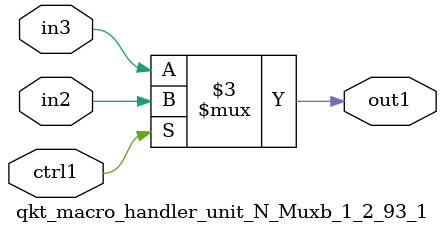
<source format=v>

`timescale 1ps / 1ps


module qkt_macro_handler_unit_N_Muxb_1_2_93_1( in3, in2, ctrl1, out1 );

    input in3;
    input in2;
    input ctrl1;
    output out1;
    reg out1;

    
    // rtl_process:qkt_macro_handler_unit_N_Muxb_1_2_93_1/qkt_macro_handler_unit_N_Muxb_1_2_93_1_thread_1
    always @*
      begin : qkt_macro_handler_unit_N_Muxb_1_2_93_1_thread_1
        case (ctrl1) 
          1'b1: 
            begin
              out1 = in2;
            end
          default: 
            begin
              out1 = in3;
            end
        endcase
      end

endmodule



</source>
